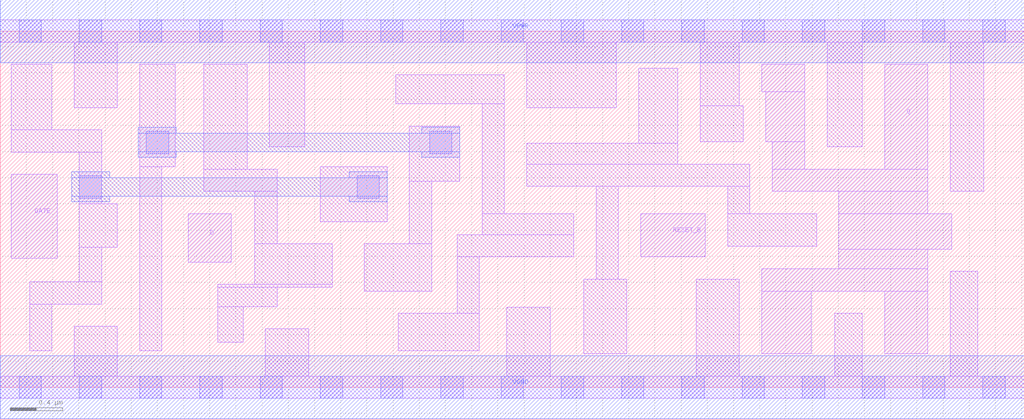
<source format=lef>
# Copyright 2020 The SkyWater PDK Authors
#
# Licensed under the Apache License, Version 2.0 (the "License");
# you may not use this file except in compliance with the License.
# You may obtain a copy of the License at
#
#     https://www.apache.org/licenses/LICENSE-2.0
#
# Unless required by applicable law or agreed to in writing, software
# distributed under the License is distributed on an "AS IS" BASIS,
# WITHOUT WARRANTIES OR CONDITIONS OF ANY KIND, either express or implied.
# See the License for the specific language governing permissions and
# limitations under the License.
#
# SPDX-License-Identifier: Apache-2.0

VERSION 5.7 ;
  NAMESCASESENSITIVE ON ;
  NOWIREEXTENSIONATPIN ON ;
  DIVIDERCHAR "/" ;
  BUSBITCHARS "[]" ;
UNITS
  DATABASE MICRONS 200 ;
END UNITS
PROPERTYDEFINITIONS
  MACRO maskLayoutSubType STRING ;
  MACRO prCellType STRING ;
  MACRO originalViewName STRING ;
END PROPERTYDEFINITIONS
MACRO sky130_fd_sc_hdll__dlrtp_4
  CLASS CORE ;
  FOREIGN sky130_fd_sc_hdll__dlrtp_4 ;
  ORIGIN  0.000000  0.000000 ;
  SIZE  7.820000 BY  2.720000 ;
  SYMMETRY X Y R90 ;
  SITE unithd ;
  PIN D
    ANTENNAGATEAREA  0.178200 ;
    DIRECTION INPUT ;
    USE SIGNAL ;
    PORT
      LAYER li1 ;
        RECT 1.435000 0.955000 1.765000 1.325000 ;
    END
  END D
  PIN GATE
    ANTENNAGATEAREA  0.178200 ;
    DIRECTION INPUT ;
    USE SIGNAL ;
    PORT
      LAYER li1 ;
        RECT 0.085000 0.985000 0.435000 1.625000 ;
    END
  END GATE
  PIN Q
    ANTENNADIFFAREA  0.931000 ;
    DIRECTION OUTPUT ;
    USE SIGNAL ;
    PORT
      LAYER li1 ;
        RECT 5.815000 0.255000 6.195000 0.735000 ;
        RECT 5.815000 0.735000 7.085000 0.905000 ;
        RECT 5.815000 2.255000 6.145000 2.465000 ;
        RECT 5.845000 1.875000 6.145000 2.255000 ;
        RECT 5.895000 1.495000 7.085000 1.665000 ;
        RECT 5.895000 1.665000 6.145000 1.875000 ;
        RECT 6.405000 0.905000 7.085000 1.055000 ;
        RECT 6.405000 1.055000 7.265000 1.325000 ;
        RECT 6.405000 1.325000 7.085000 1.495000 ;
        RECT 6.755000 0.255000 7.085000 0.735000 ;
        RECT 6.755000 1.665000 7.085000 2.465000 ;
    END
  END Q
  PIN RESET_B
    ANTENNAGATEAREA  0.277500 ;
    DIRECTION INPUT ;
    USE SIGNAL ;
    PORT
      LAYER li1 ;
        RECT 4.890000 0.995000 5.385000 1.325000 ;
    END
  END RESET_B
  PIN VGND
    DIRECTION INOUT ;
    USE GROUND ;
    PORT
      LAYER met1 ;
        RECT 0.000000 -0.240000 7.820000 0.240000 ;
    END
  END VGND
  PIN VPWR
    DIRECTION INOUT ;
    USE POWER ;
    PORT
      LAYER met1 ;
        RECT 0.000000 2.480000 7.820000 2.960000 ;
    END
  END VPWR
  OBS
    LAYER li1 ;
      RECT 0.000000 -0.085000 7.820000 0.085000 ;
      RECT 0.000000  2.635000 7.820000 2.805000 ;
      RECT 0.085000  1.795000 0.775000 1.965000 ;
      RECT 0.085000  1.965000 0.395000 2.465000 ;
      RECT 0.225000  0.280000 0.395000 0.635000 ;
      RECT 0.225000  0.635000 0.775000 0.805000 ;
      RECT 0.565000  0.085000 0.895000 0.465000 ;
      RECT 0.565000  2.135000 0.895000 2.635000 ;
      RECT 0.605000  0.805000 0.775000 1.070000 ;
      RECT 0.605000  1.070000 0.895000 1.400000 ;
      RECT 0.605000  1.400000 0.775000 1.795000 ;
      RECT 1.065000  0.280000 1.235000 1.685000 ;
      RECT 1.065000  1.685000 1.335000 2.465000 ;
      RECT 1.555000  1.495000 2.115000 1.665000 ;
      RECT 1.555000  1.665000 1.885000 2.465000 ;
      RECT 1.660000  0.345000 1.855000 0.615000 ;
      RECT 1.660000  0.615000 2.115000 0.765000 ;
      RECT 1.660000  0.765000 2.535000 0.785000 ;
      RECT 1.945000  0.785000 2.535000 1.095000 ;
      RECT 1.945000  1.095000 2.115000 1.495000 ;
      RECT 2.025000  0.085000 2.355000 0.445000 ;
      RECT 2.055000  1.835000 2.325000 2.635000 ;
      RECT 2.445000  1.265000 2.955000 1.685000 ;
      RECT 2.780000  0.735000 3.295000 1.095000 ;
      RECT 3.020000  2.165000 3.850000 2.385000 ;
      RECT 3.040000  0.280000 3.660000 0.565000 ;
      RECT 3.125000  1.095000 3.295000 1.575000 ;
      RECT 3.125000  1.575000 3.510000 1.995000 ;
      RECT 3.490000  0.565000 3.660000 0.995000 ;
      RECT 3.490000  0.995000 4.380000 1.165000 ;
      RECT 3.680000  1.165000 4.380000 1.325000 ;
      RECT 3.680000  1.325000 3.850000 2.165000 ;
      RECT 3.870000  0.085000 4.200000 0.610000 ;
      RECT 4.020000  1.535000 5.725000 1.705000 ;
      RECT 4.020000  1.705000 5.175000 1.865000 ;
      RECT 4.020000  2.135000 4.705000 2.635000 ;
      RECT 4.455000  0.255000 4.785000 0.825000 ;
      RECT 4.550000  0.825000 4.720000 1.535000 ;
      RECT 4.875000  1.865000 5.175000 2.435000 ;
      RECT 5.315000  0.085000 5.645000 0.825000 ;
      RECT 5.345000  1.875000 5.675000 2.150000 ;
      RECT 5.345000  2.150000 5.645000 2.635000 ;
      RECT 5.555000  1.075000 6.235000 1.325000 ;
      RECT 5.555000  1.325000 5.725000 1.535000 ;
      RECT 6.315000  1.835000 6.585000 2.635000 ;
      RECT 6.375000  0.085000 6.585000 0.565000 ;
      RECT 7.255000  0.085000 7.465000 0.885000 ;
      RECT 7.255000  1.495000 7.510000 2.635000 ;
    LAYER mcon ;
      RECT 0.145000 -0.085000 0.315000 0.085000 ;
      RECT 0.145000  2.635000 0.315000 2.805000 ;
      RECT 0.605000 -0.085000 0.775000 0.085000 ;
      RECT 0.605000  1.445000 0.775000 1.615000 ;
      RECT 0.605000  2.635000 0.775000 2.805000 ;
      RECT 1.065000 -0.085000 1.235000 0.085000 ;
      RECT 1.065000  2.635000 1.235000 2.805000 ;
      RECT 1.115000  1.785000 1.285000 1.955000 ;
      RECT 1.525000 -0.085000 1.695000 0.085000 ;
      RECT 1.525000  2.635000 1.695000 2.805000 ;
      RECT 1.985000 -0.085000 2.155000 0.085000 ;
      RECT 1.985000  2.635000 2.155000 2.805000 ;
      RECT 2.445000 -0.085000 2.615000 0.085000 ;
      RECT 2.445000  2.635000 2.615000 2.805000 ;
      RECT 2.725000  1.445000 2.895000 1.615000 ;
      RECT 2.905000 -0.085000 3.075000 0.085000 ;
      RECT 2.905000  2.635000 3.075000 2.805000 ;
      RECT 3.280000  1.785000 3.450000 1.955000 ;
      RECT 3.365000 -0.085000 3.535000 0.085000 ;
      RECT 3.365000  2.635000 3.535000 2.805000 ;
      RECT 3.825000 -0.085000 3.995000 0.085000 ;
      RECT 3.825000  2.635000 3.995000 2.805000 ;
      RECT 4.285000 -0.085000 4.455000 0.085000 ;
      RECT 4.285000  2.635000 4.455000 2.805000 ;
      RECT 4.745000 -0.085000 4.915000 0.085000 ;
      RECT 4.745000  2.635000 4.915000 2.805000 ;
      RECT 5.205000 -0.085000 5.375000 0.085000 ;
      RECT 5.205000  2.635000 5.375000 2.805000 ;
      RECT 5.665000 -0.085000 5.835000 0.085000 ;
      RECT 5.665000  2.635000 5.835000 2.805000 ;
      RECT 6.125000 -0.085000 6.295000 0.085000 ;
      RECT 6.125000  2.635000 6.295000 2.805000 ;
      RECT 6.585000 -0.085000 6.755000 0.085000 ;
      RECT 6.585000  2.635000 6.755000 2.805000 ;
      RECT 7.045000 -0.085000 7.215000 0.085000 ;
      RECT 7.045000  2.635000 7.215000 2.805000 ;
      RECT 7.505000 -0.085000 7.675000 0.085000 ;
      RECT 7.505000  2.635000 7.675000 2.805000 ;
    LAYER met1 ;
      RECT 0.545000 1.415000 0.835000 1.460000 ;
      RECT 0.545000 1.460000 2.955000 1.600000 ;
      RECT 0.545000 1.600000 0.835000 1.645000 ;
      RECT 1.055000 1.755000 1.345000 1.800000 ;
      RECT 1.055000 1.800000 3.510000 1.940000 ;
      RECT 1.055000 1.940000 1.345000 1.985000 ;
      RECT 2.665000 1.415000 2.955000 1.460000 ;
      RECT 2.665000 1.600000 2.955000 1.645000 ;
      RECT 3.220000 1.755000 3.510000 1.800000 ;
      RECT 3.220000 1.940000 3.510000 1.985000 ;
  END
  PROPERTY maskLayoutSubType "abstract" ;
  PROPERTY prCellType "standard" ;
  PROPERTY originalViewName "layout" ;
END sky130_fd_sc_hdll__dlrtp_4

</source>
